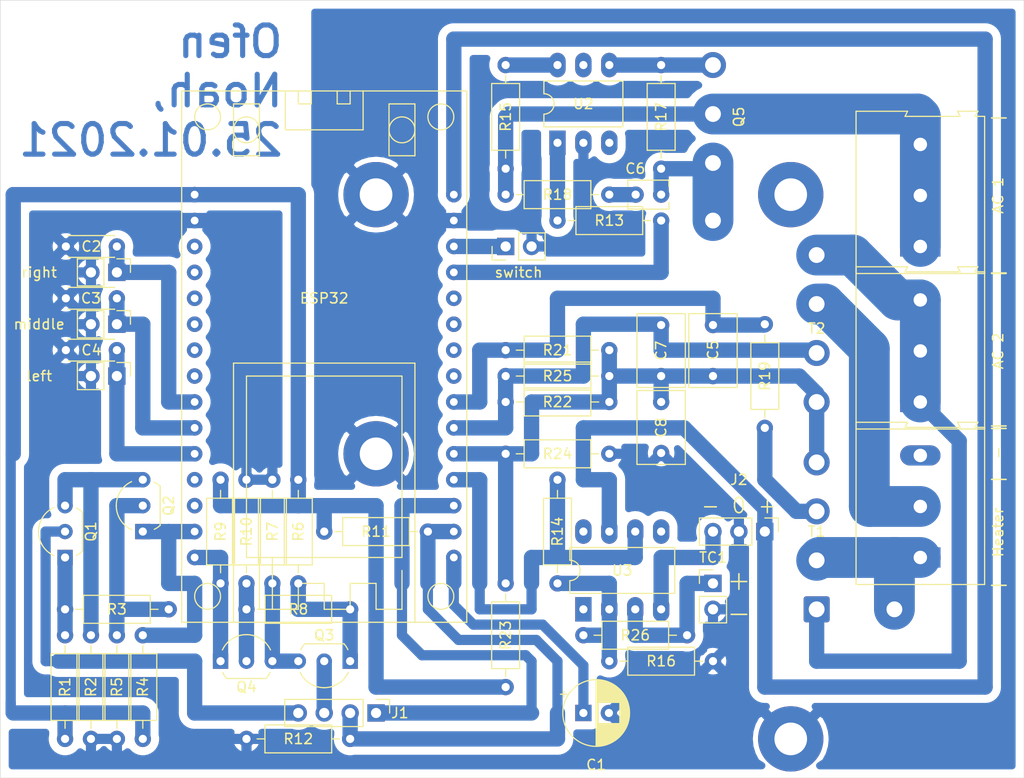
<source format=kicad_pcb>
(kicad_pcb (version 20171130) (host pcbnew 5.1.9-73d0e3b20d~88~ubuntu20.10.1)
  (layers (0 F.Cu signal) (31 B.Cu signal) (34 B.Paste user) (35 F.Paste user) (36 B.SilkS user) (37 F.SilkS user) (38 B.Mask user) (39 F.Mask user) (44 Edge.Cuts user))
  (net 0 "")
  (net 1 "Net-(C1-Pad1)")
  (net 2 GND)
  (net 3 "Net-(C2-Pad2)")
  (net 4 "Net-(C3-Pad2)")
  (net 5 "Net-(C4-Pad2)")
  (net 6 "Net-(C5-Pad1)")
  (net 7 "Net-(C5-Pad2)")
  (net 8 "Net-(C6-Pad1)")
  (net 9 "Net-(C6-Pad2)")
  (net 10 "Net-(C7-Pad2)")
  (net 11 "Net-(J1-Pad1)")
  (net 12 "Net-(J1-Pad2)")
  (net 13 "Net-(J1-Pad3)")
  (net 14 "Net-(J1-Pad4)")
  (net 15 +5V)
  (net 16 -5V)
  (net 17 "Net-(J3-Pad1)")
  (net 18 "Net-(Q1-Pad3)")
  (net 19 "Net-(Q1-Pad1)")
  (net 20 "Net-(Q2-Pad1)")
  (net 21 "Net-(Q2-Pad2)")
  (net 22 "Net-(Q3-Pad3)")
  (net 23 "Net-(Q3-Pad1)")
  (net 24 "Net-(Q4-Pad1)")
  (net 25 "Net-(Q4-Pad2)")
  (net 26 "Net-(Q5-Pad3)")
  (net 27 +3V3)
  (net 28 "Net-(R13-Pad2)")
  (net 29 "Net-(R13-Pad1)")
  (net 30 "Net-(R14-Pad2)")
  (net 31 "Net-(R14-Pad1)")
  (net 32 "Net-(R15-Pad2)")
  (net 33 "Net-(R19-Pad1)")
  (net 34 "Net-(SW1-Pad1)")
  (net 35 "Net-(U1-Pad3)")
  (net 36 "Net-(U1-Pad4)")
  (net 37 "Net-(U1-Pad5)")
  (net 38 "Net-(U1-Pad6)")
  (net 39 "Net-(U1-Pad7)")
  (net 40 "Net-(U1-Pad8)")
  (net 41 "Net-(U1-Pad12)")
  (net 42 "Net-(U1-Pad13)")
  (net 43 "Net-(U1-Pad23)")
  (net 44 "Net-(U1-Pad24)")
  (net 45 "Net-(U1-Pad25)")
  (net 46 "Net-(U1-Pad26)")
  (net 47 "Net-(U2-Pad5)")
  (net 48 "Net-(U2-Pad3)")
  (net 49 "Net-(U3-Pad1)")
  (net 50 "Net-(U3-Pad5)")
  (net 51 "Net-(U3-Pad8)")
  (net 52 "Net-(J4-Pad1)")
  (net 53 "Net-(R20-Pad2)")
  (net 54 "Net-(R26-Pad2)")
  (module Resistor_THT:R_Axial_DIN0207_L6.3mm_D2.5mm_P10.16mm_Horizontal (layer F.Cu) (at 175.26 119.38)
    (fp_text reference R26 (at 5.08 0) (layer F.SilkS))
    (fp_text value 15k)
    (pad 2 thru_hole oval (at 10.16 0) (size 1.6 1.6) (drill 0.8) (layers *.Cu *.Mask) (net 54 "Net-(R26-Pad2)"))
    (pad 1 thru_hole circle (at 0 0) (size 1.6 1.6) (drill 0.8) (layers *.Cu *.Mask) (net 31 "Net-(R14-Pad1)"))
  )
  (module MountingHole:MountingHole_3.2mm_M3_Pad (layer F.Cu) (at 195.58 129.54)
    (fp_text reference " " (at 0 -4.2) (layer F.SilkS))
    (fp_text value "M3 mounting")
    (pad 1 thru_hole circle (at 0 0) (size 6.4 6.4) (drill 3.2) (layers *.Cu *.Mask) (net 2 GND))
  )
  (module MountingHole:MountingHole_3.2mm_M3_Pad (layer F.Cu) (at 154.94 101.6)
    (fp_text reference " " (at 0 -4.2) (layer F.SilkS))
    (fp_text value "M3 mounting")
    (pad 1 thru_hole circle (at 0 0) (size 6.4 6.4) (drill 3.2) (layers *.Cu *.Mask) (net 2 GND))
  )
  (module MountingHole:MountingHole_3.2mm_M3_Pad (layer F.Cu) (at 154.94 76.2)
    (fp_text reference " " (at 0 -4.2) (layer F.SilkS))
    (fp_text value "M3 mounting")
    (pad 1 thru_hole circle (at 0 0) (size 6.4 6.4) (drill 3.2) (layers *.Cu *.Mask) (net 2 GND))
  )
  (module MountingHole:MountingHole_3.2mm_M3_Pad (layer F.Cu) (at 195.58 76.2)
    (fp_text reference " " (at 0 -4.2) (layer F.SilkS))
    (fp_text value "M3 mounting")
    (pad 1 thru_hole circle (at 0 0) (size 6.4 6.4) (drill 3.2) (layers *.Cu *.Mask))
  )
  (module Connector_Wire:SolderWire-0.75sqmm_1x01_D1.25mm_OD2.3mm (layer F.Cu) (at 205.74 116.84)
    (fp_text reference " " (at 0 -2.47) (layer F.SilkS))
    (fp_text value "Wire bridge .75")
    (pad 1 thru_hole roundrect (at 0 0) (size 2.55 2.55) (drill 1.55) (layers *.Cu *.Mask) (roundrect_rratio 0.098) (net 9 "Net-(C6-Pad2)"))
  )
  (module Connector_Wire:SolderWire-0.75sqmm_1x01_D1.25mm_OD2.3mm (layer F.Cu) (at 187.96 78.74)
    (fp_text reference " " (at 0 -2.47) (layer F.SilkS))
    (fp_text value "Wire bridge .75")
    (pad 1 thru_hole roundrect (at 0 0) (size 2.55 2.55) (drill 1.55) (layers *.Cu *.Mask) (roundrect_rratio 0.098) (net 9 "Net-(C6-Pad2)"))
  )
  (module Resistor_THT:R_Axial_DIN0207_L6.3mm_D2.5mm_P10.16mm_Horizontal (layer F.Cu) (at 167.64 124.46 90)
    (fp_text reference R23 (at 5.08 0 90) (layer F.SilkS))
    (fp_text value 3,3k)
    (pad 1 thru_hole circle (at 0 0 90) (size 1.6 1.6) (drill 0.8) (layers *.Cu *.Mask) (net 27 +3V3))
    (pad 2 thru_hole oval (at 10.16 0 90) (size 1.6 1.6) (drill 0.8) (layers *.Cu *.Mask) (net 6 "Net-(C5-Pad1)"))
  )
  (module TerminalBlock:TerminalBlock_Altech_AK300-3_P5.00mm (layer F.Cu) (at 208.28 111.76 90)
    (fp_text reference "|   Heater   |  -  |" (at 5.08 7.62 90) (layer F.SilkS))
    (fp_text value Heater)
    (pad 1 thru_hole rect (at 0 0 90) (size 1.98 3.96) (drill 1.32) (layers *.Cu *.Mask) (net 9 "Net-(C6-Pad2)"))
    (pad 2 thru_hole oval (at 5 0 90) (size 1.98 3.96) (drill 1.32) (layers *.Cu *.Mask) (net 53 "Net-(R20-Pad2)"))
    (pad 3 thru_hole oval (at 10 0 90) (size 1.98 3.96) (drill 1.32) (layers *.Cu *.Mask))
  )
  (module Resistor_THT:R_Axial_DIN0207_L6.3mm_D2.5mm_P10.16mm_Horizontal (layer F.Cu) (at 149.86 109.22)
    (fp_text reference R11 (at 5.08 0) (layer F.SilkS))
    (fp_text value 390)
    (pad 1 thru_hole circle (at 0 0) (size 1.6 1.6) (drill 0.8) (layers *.Cu *.Mask) (net 27 +3V3))
    (pad 2 thru_hole oval (at 10.16 0) (size 1.6 1.6) (drill 0.8) (layers *.Cu *.Mask) (net 12 "Net-(J1-Pad2)"))
  )
  (module Connector_Wire:SolderWire-0.75sqmm_1x03_P4.8mm_D1.25mm_OD2.3mm (layer F.Cu) (at 187.96 73.1 90)
    (fp_text reference Q5 (at 4.52 2.54 90) (layer F.SilkS))
    (fp_text value BTA16-600B)
    (pad 3 thru_hole circle (at 9.6 0 90) (size 2.55 2.55) (drill 1.55) (layers *.Cu *.Mask) (net 26 "Net-(Q5-Pad3)"))
    (pad 2 thru_hole circle (at 4.8 0 90) (size 2.55 2.55) (drill 1.55) (layers *.Cu *.Mask) (net 17 "Net-(J3-Pad1)"))
    (pad 1 thru_hole roundrect (at 0 0 90) (size 2.55 2.55) (drill 1.55) (layers *.Cu *.Mask) (roundrect_rratio 0.098039) (net 9 "Net-(C6-Pad2)"))
  )
  (module Capacitor_THT:CP_Radial_D6.3mm_P2.50mm (layer F.Cu) (at 175.26 127)
    (fp_text reference C1 (at 1.25 5.08) (layer F.SilkS))
    (fp_text value 22µ)
    (pad 1 thru_hole rect (at 0 0) (size 1.6 1.6) (drill 0.8) (layers *.Cu *.Mask) (net 1 "Net-(C1-Pad1)"))
    (pad 2 thru_hole circle (at 2.5 0) (size 1.6 1.6) (drill 0.8) (layers *.Cu *.Mask) (net 2 GND))
  )
  (module Capacitor_THT:C_Disc_D4.3mm_W1.9mm_P5.00mm (layer F.Cu) (at 124.54 81.28)
    (fp_text reference C2 (at 2.5 0) (layer F.SilkS))
    (fp_text value 22n)
    (pad 1 thru_hole circle (at 0 0) (size 1.6 1.6) (drill 0.8) (layers *.Cu *.Mask) (net 2 GND))
    (pad 2 thru_hole circle (at 5 0) (size 1.6 1.6) (drill 0.8) (layers *.Cu *.Mask) (net 3 "Net-(C2-Pad2)"))
  )
  (module Capacitor_THT:C_Disc_D4.3mm_W1.9mm_P5.00mm (layer F.Cu) (at 124.54 86.36)
    (fp_text reference C3 (at 2.46 0) (layer F.SilkS))
    (fp_text value 22n)
    (pad 2 thru_hole circle (at 5 0) (size 1.6 1.6) (drill 0.8) (layers *.Cu *.Mask) (net 4 "Net-(C3-Pad2)"))
    (pad 1 thru_hole circle (at 0 0) (size 1.6 1.6) (drill 0.8) (layers *.Cu *.Mask) (net 2 GND))
  )
  (module Capacitor_THT:C_Disc_D4.3mm_W1.9mm_P5.00mm (layer F.Cu) (at 124.54 91.44)
    (fp_text reference C4 (at 2.5 0) (layer F.SilkS))
    (fp_text value 22n)
    (pad 1 thru_hole circle (at 0 0) (size 1.6 1.6) (drill 0.8) (layers *.Cu *.Mask) (net 2 GND))
    (pad 2 thru_hole circle (at 5 0) (size 1.6 1.6) (drill 0.8) (layers *.Cu *.Mask) (net 5 "Net-(C4-Pad2)"))
  )
  (module Capacitor_THT:C_Rect_L7.0mm_W4.5mm_P5.00mm (layer F.Cu) (at 187.96 93.98 90)
    (fp_text reference C5 (at 2.54 0 90) (layer F.SilkS))
    (fp_text value 470n)
    (pad 1 thru_hole circle (at 0 0 90) (size 1.6 1.6) (drill 0.8) (layers *.Cu *.Mask) (net 6 "Net-(C5-Pad1)"))
    (pad 2 thru_hole circle (at 5 0 90) (size 1.6 1.6) (drill 0.8) (layers *.Cu *.Mask) (net 7 "Net-(C5-Pad2)"))
  )
  (module Capacitor_THT:C_Disc_D3.8mm_W2.6mm_P2.50mm (layer F.Cu) (at 180.38 76.2)
    (fp_text reference C6 (at -0.04 -2.55) (layer F.SilkS))
    (fp_text value 10n)
    (pad 1 thru_hole circle (at 0 0) (size 1.6 1.6) (drill 0.8) (layers *.Cu *.Mask) (net 8 "Net-(C6-Pad1)"))
    (pad 2 thru_hole circle (at 2.5 0) (size 1.6 1.6) (drill 0.8) (layers *.Cu *.Mask) (net 9 "Net-(C6-Pad2)"))
  )
  (module Capacitor_THT:C_Rect_L7.0mm_W4.5mm_P5.00mm (layer F.Cu) (at 182.88 93.98 90)
    (fp_text reference C7 (at 2.5 0 90) (layer F.SilkS))
    (fp_text value 470n)
    (pad 2 thru_hole circle (at 5 0 90) (size 1.6 1.6) (drill 0.8) (layers *.Cu *.Mask) (net 10 "Net-(C7-Pad2)"))
    (pad 1 thru_hole circle (at 0 0 90) (size 1.6 1.6) (drill 0.8) (layers *.Cu *.Mask) (net 6 "Net-(C5-Pad1)"))
  )
  (module Capacitor_THT:C_Rect_L7.0mm_W4.5mm_P5.00mm (layer F.Cu) (at 182.88 101.52 90)
    (fp_text reference C8 (at 2.5 0 90) (layer F.SilkS))
    (fp_text value 470n)
    (pad 1 thru_hole circle (at 0 0 90) (size 1.6 1.6) (drill 0.8) (layers *.Cu *.Mask) (net 2 GND))
    (pad 2 thru_hole circle (at 5 0 90) (size 1.6 1.6) (drill 0.8) (layers *.Cu *.Mask) (net 6 "Net-(C5-Pad1)"))
  )
  (module Connector_PinHeader_2.54mm:PinHeader_1x04_P2.54mm_Vertical (layer F.Cu) (at 154.94 127 270)
    (fp_text reference J1 (at 0 -2.33) (layer F.SilkS))
    (fp_text value motor)
    (pad 1 thru_hole rect (at 0 0 270) (size 1.7 1.7) (drill 1) (layers *.Cu *.Mask) (net 11 "Net-(J1-Pad1)"))
    (pad 2 thru_hole oval (at 0 2.54 270) (size 1.7 1.7) (drill 1) (layers *.Cu *.Mask) (net 12 "Net-(J1-Pad2)"))
    (pad 3 thru_hole oval (at 0 5.08 270) (size 1.7 1.7) (drill 1) (layers *.Cu *.Mask) (net 13 "Net-(J1-Pad3)"))
    (pad 4 thru_hole oval (at 0 7.62 270) (size 1.7 1.7) (drill 1) (layers *.Cu *.Mask) (net 14 "Net-(J1-Pad4)"))
  )
  (module Connector_PinHeader_2.54mm:PinHeader_1x03_P2.54mm_Vertical (layer F.Cu) (at 193.04 109.22 270)
    (fp_text reference J2 (at -5.08 2.54 180) (layer F.SilkS))
    (fp_text value DC)
    (pad 1 thru_hole rect (at 0 0 270) (size 1.7 1.7) (drill 1) (layers *.Cu *.Mask) (net 15 +5V))
    (pad 2 thru_hole oval (at 0 2.54 270) (size 1.7 1.7) (drill 1) (layers *.Cu *.Mask) (net 2 GND))
    (pad 3 thru_hole oval (at 0 5.08 270) (size 1.7 1.7) (drill 1) (layers *.Cu *.Mask) (net 16 -5V))
  )
  (module Package_TO_SOT_THT:TO-92L_Inline_Wide (layer F.Cu) (at 124.46 111.76 90)
    (fp_text reference Q1 (at 2.54 2.54 90) (layer F.SilkS))
    (fp_text value NPN)
    (pad 2 thru_hole circle (at 2.54 0 180) (size 1.5 1.5) (drill 0.8) (layers *.Cu *.Mask) (net 14 "Net-(J1-Pad4)"))
    (pad 3 thru_hole circle (at 5.08 0 180) (size 1.5 1.5) (drill 0.8) (layers *.Cu *.Mask) (net 18 "Net-(Q1-Pad3)"))
    (pad 1 thru_hole rect (at 0 0 180) (size 1.5 1.5) (drill 0.8) (layers *.Cu *.Mask) (net 19 "Net-(Q1-Pad1)"))
  )
  (module Package_TO_SOT_THT:TO-92L_Inline_Wide (layer F.Cu) (at 132.08 109.22 90)
    (fp_text reference Q2 (at 2.54 2.54 90) (layer F.SilkS))
    (fp_text value NPN)
    (pad 2 thru_hole circle (at 2.54 0 180) (size 1.5 1.5) (drill 0.8) (layers *.Cu *.Mask) (net 21 "Net-(Q2-Pad2)"))
    (pad 3 thru_hole circle (at 5.08 0 180) (size 1.5 1.5) (drill 0.8) (layers *.Cu *.Mask) (net 18 "Net-(Q1-Pad3)"))
    (pad 1 thru_hole rect (at 0 0 180) (size 1.5 1.5) (drill 0.8) (layers *.Cu *.Mask) (net 20 "Net-(Q2-Pad1)"))
  )
  (module Package_TO_SOT_THT:TO-92L_Inline_Wide (layer F.Cu) (at 152.4 121.92 180)
    (fp_text reference Q3 (at 2.54 2.54) (layer F.SilkS))
    (fp_text value NPN)
    (pad 1 thru_hole rect (at 0 0 270) (size 1.5 1.5) (drill 0.8) (layers *.Cu *.Mask) (net 23 "Net-(Q3-Pad1)"))
    (pad 3 thru_hole circle (at 5.08 0 270) (size 1.5 1.5) (drill 0.8) (layers *.Cu *.Mask) (net 22 "Net-(Q3-Pad3)"))
    (pad 2 thru_hole circle (at 2.54 0 270) (size 1.5 1.5) (drill 0.8) (layers *.Cu *.Mask) (net 13 "Net-(J1-Pad3)"))
  )
  (module Package_TO_SOT_THT:TO-92L_Inline_Wide (layer F.Cu) (at 139.7 121.92)
    (fp_text reference Q4 (at 2.54 2.54) (layer F.SilkS))
    (fp_text value NPN)
    (pad 2 thru_hole circle (at 2.54 0 90) (size 1.5 1.5) (drill 0.8) (layers *.Cu *.Mask) (net 25 "Net-(Q4-Pad2)"))
    (pad 3 thru_hole circle (at 5.08 0 90) (size 1.5 1.5) (drill 0.8) (layers *.Cu *.Mask) (net 22 "Net-(Q3-Pad3)"))
    (pad 1 thru_hole rect (at 0 0 90) (size 1.5 1.5) (drill 0.8) (layers *.Cu *.Mask) (net 24 "Net-(Q4-Pad1)"))
  )
  (module Resistor_THT:R_Axial_DIN0207_L6.3mm_D2.5mm_P10.16mm_Horizontal (layer F.Cu) (at 124.46 129.54 90)
    (fp_text reference R1 (at 5.08 0 90) (layer F.SilkS))
    (fp_text value 6,8k)
    (pad 2 thru_hole oval (at 10.16 0 90) (size 1.6 1.6) (drill 0.8) (layers *.Cu *.Mask) (net 19 "Net-(Q1-Pad1)"))
    (pad 1 thru_hole circle (at 0 0 90) (size 1.6 1.6) (drill 0.8) (layers *.Cu *.Mask) (net 27 +3V3))
  )
  (module Resistor_THT:R_Axial_DIN0207_L6.3mm_D2.5mm_P10.16mm_Horizontal (layer F.Cu) (at 127 119.38 270)
    (fp_text reference R2 (at 5.08 0 90) (layer F.SilkS))
    (fp_text value 1k)
    (pad 2 thru_hole oval (at 10.16 0 270) (size 1.6 1.6) (drill 0.8) (layers *.Cu *.Mask) (net 2 GND))
    (pad 1 thru_hole circle (at 0 0 270) (size 1.6 1.6) (drill 0.8) (layers *.Cu *.Mask) (net 18 "Net-(Q1-Pad3)"))
  )
  (module Resistor_THT:R_Axial_DIN0207_L6.3mm_D2.5mm_P10.16mm_Horizontal (layer F.Cu) (at 134.62 116.84 180)
    (fp_text reference R3 (at 5.08 0) (layer F.SilkS))
    (fp_text value 22k)
    (pad 1 thru_hole circle (at 0 0 180) (size 1.6 1.6) (drill 0.8) (layers *.Cu *.Mask) (net 21 "Net-(Q2-Pad2)"))
    (pad 2 thru_hole oval (at 10.16 0 180) (size 1.6 1.6) (drill 0.8) (layers *.Cu *.Mask) (net 19 "Net-(Q1-Pad1)"))
  )
  (module Resistor_THT:R_Axial_DIN0207_L6.3mm_D2.5mm_P10.16mm_Horizontal (layer F.Cu) (at 129.54 119.38 270)
    (fp_text reference R4 (at 5.08 -2.54 90) (layer F.SilkS))
    (fp_text value 22k)
    (pad 1 thru_hole circle (at 0 0 270) (size 1.6 1.6) (drill 0.8) (layers *.Cu *.Mask) (net 21 "Net-(Q2-Pad2)"))
    (pad 2 thru_hole oval (at 10.16 0 270) (size 1.6 1.6) (drill 0.8) (layers *.Cu *.Mask) (net 2 GND))
  )
  (module Resistor_THT:R_Axial_DIN0207_L6.3mm_D2.5mm_P10.16mm_Horizontal (layer F.Cu) (at 132.08 129.54 90)
    (fp_text reference R5 (at 5.08 -2.54 90) (layer F.SilkS))
    (fp_text value 33k)
    (pad 1 thru_hole circle (at 0 0 90) (size 1.6 1.6) (drill 0.8) (layers *.Cu *.Mask) (net 27 +3V3))
    (pad 2 thru_hole oval (at 10.16 0 90) (size 1.6 1.6) (drill 0.8) (layers *.Cu *.Mask) (net 20 "Net-(Q2-Pad1)"))
  )
  (module Resistor_THT:R_Axial_DIN0207_L6.3mm_D2.5mm_P10.16mm_Horizontal (layer F.Cu) (at 147.32 104.14 270)
    (fp_text reference R6 (at 5.08 0 90) (layer F.SilkS))
    (fp_text value 6,8k)
    (pad 1 thru_hole circle (at 0 0 270) (size 1.6 1.6) (drill 0.8) (layers *.Cu *.Mask) (net 27 +3V3))
    (pad 2 thru_hole oval (at 10.16 0 270) (size 1.6 1.6) (drill 0.8) (layers *.Cu *.Mask) (net 23 "Net-(Q3-Pad1)"))
  )
  (module Resistor_THT:R_Axial_DIN0207_L6.3mm_D2.5mm_P10.16mm_Horizontal (layer F.Cu) (at 144.78 114.3 90)
    (fp_text reference R7 (at 5.08 0 90) (layer F.SilkS))
    (fp_text value 1k)
    (pad 1 thru_hole circle (at 0 0 90) (size 1.6 1.6) (drill 0.8) (layers *.Cu *.Mask) (net 22 "Net-(Q3-Pad3)"))
    (pad 2 thru_hole oval (at 10.16 0 90) (size 1.6 1.6) (drill 0.8) (layers *.Cu *.Mask) (net 2 GND))
  )
  (module Resistor_THT:R_Axial_DIN0207_L6.3mm_D2.5mm_P10.16mm_Horizontal (layer F.Cu) (at 142.24 116.84)
    (fp_text reference R8 (at 5.08 0) (layer F.SilkS))
    (fp_text value 22k)
    (pad 2 thru_hole oval (at 10.16 0) (size 1.6 1.6) (drill 0.8) (layers *.Cu *.Mask) (net 23 "Net-(Q3-Pad1)"))
    (pad 1 thru_hole circle (at 0 0) (size 1.6 1.6) (drill 0.8) (layers *.Cu *.Mask) (net 25 "Net-(Q4-Pad2)"))
  )
  (module Resistor_THT:R_Axial_DIN0207_L6.3mm_D2.5mm_P10.16mm_Horizontal (layer F.Cu) (at 142.24 114.3 90)
    (fp_text reference R9 (at 5.08 -2.54 90) (layer F.SilkS))
    (fp_text value 22k)
    (pad 2 thru_hole oval (at 10.16 0 90) (size 1.6 1.6) (drill 0.8) (layers *.Cu *.Mask) (net 2 GND))
    (pad 1 thru_hole circle (at 0 0 90) (size 1.6 1.6) (drill 0.8) (layers *.Cu *.Mask) (net 25 "Net-(Q4-Pad2)"))
  )
  (module Resistor_THT:R_Axial_DIN0207_L6.3mm_D2.5mm_P10.16mm_Horizontal (layer F.Cu) (at 139.7 104.14 270)
    (fp_text reference R10 (at 5.08 -2.54 90) (layer F.SilkS))
    (fp_text value 33k)
    (pad 1 thru_hole circle (at 0 0 270) (size 1.6 1.6) (drill 0.8) (layers *.Cu *.Mask) (net 27 +3V3))
    (pad 2 thru_hole oval (at 10.16 0 270) (size 1.6 1.6) (drill 0.8) (layers *.Cu *.Mask) (net 24 "Net-(Q4-Pad1)"))
  )
  (module Resistor_THT:R_Axial_DIN0207_L6.3mm_D2.5mm_P10.16mm_Horizontal (layer F.Cu) (at 152.4 129.54 180)
    (fp_text reference R12 (at 5.08 0) (layer F.SilkS))
    (fp_text value 120)
    (pad 2 thru_hole oval (at 10.16 0 180) (size 1.6 1.6) (drill 0.8) (layers *.Cu *.Mask) (net 2 GND))
    (pad 1 thru_hole circle (at 0 0 180) (size 1.6 1.6) (drill 0.8) (layers *.Cu *.Mask) (net 12 "Net-(J1-Pad2)"))
  )
  (module Resistor_THT:R_Axial_DIN0207_L6.3mm_D2.5mm_P10.16mm_Horizontal (layer F.Cu) (at 172.72 78.74)
    (fp_text reference R13 (at 5.08 0) (layer F.SilkS))
    (fp_text value 220)
    (pad 2 thru_hole oval (at 10.16 0) (size 1.6 1.6) (drill 0.8) (layers *.Cu *.Mask) (net 28 "Net-(R13-Pad2)"))
    (pad 1 thru_hole circle (at 0 0) (size 1.6 1.6) (drill 0.8) (layers *.Cu *.Mask) (net 29 "Net-(R13-Pad1)"))
  )
  (module Resistor_THT:R_Axial_DIN0207_L6.3mm_D2.5mm_P10.16mm_Horizontal (layer F.Cu) (at 172.72 114.3 90)
    (fp_text reference R14 (at 5.08 0 90) (layer F.SilkS))
    (fp_text value 47k)
    (pad 2 thru_hole oval (at 10.16 0 90) (size 1.6 1.6) (drill 0.8) (layers *.Cu *.Mask) (net 30 "Net-(R14-Pad2)"))
    (pad 1 thru_hole circle (at 0 0 90) (size 1.6 1.6) (drill 0.8) (layers *.Cu *.Mask) (net 31 "Net-(R14-Pad1)"))
  )
  (module Resistor_THT:R_Axial_DIN0207_L6.3mm_D2.5mm_P10.16mm_Horizontal (layer F.Cu) (at 167.64 73.66 90)
    (fp_text reference R15 (at 5.08 0 90) (layer F.SilkS))
    (fp_text value 330)
    (pad 2 thru_hole oval (at 10.16 0 90) (size 1.6 1.6) (drill 0.8) (layers *.Cu *.Mask) (net 32 "Net-(R15-Pad2)"))
    (pad 1 thru_hole circle (at 0 0 90) (size 1.6 1.6) (drill 0.8) (layers *.Cu *.Mask) (net 17 "Net-(J3-Pad1)"))
  )
  (module Resistor_THT:R_Axial_DIN0207_L6.3mm_D2.5mm_P10.16mm_Horizontal (layer F.Cu) (at 187.96 121.92 180)
    (fp_text reference R16 (at 5.08 0) (layer F.SilkS))
    (fp_text value 2,7k)
    (pad 1 thru_hole circle (at 0 0 180) (size 1.6 1.6) (drill 0.8) (layers *.Cu *.Mask) (net 2 GND))
    (pad 2 thru_hole oval (at 10.16 0 180) (size 1.6 1.6) (drill 0.8) (layers *.Cu *.Mask) (net 31 "Net-(R14-Pad1)"))
  )
  (module Resistor_THT:R_Axial_DIN0207_L6.3mm_D2.5mm_P10.16mm_Horizontal (layer F.Cu) (at 182.88 73.66 90)
    (fp_text reference R17 (at 5.08 0 90) (layer F.SilkS))
    (fp_text value 330)
    (pad 1 thru_hole circle (at 0 0 90) (size 1.6 1.6) (drill 0.8) (layers *.Cu *.Mask) (net 9 "Net-(C6-Pad2)"))
    (pad 2 thru_hole oval (at 10.16 0 90) (size 1.6 1.6) (drill 0.8) (layers *.Cu *.Mask) (net 26 "Net-(Q5-Pad3)"))
  )
  (module Resistor_THT:R_Axial_DIN0207_L6.3mm_D2.5mm_P10.16mm_Horizontal (layer F.Cu) (at 167.64 76.2)
    (fp_text reference R18 (at 5.08 0) (layer F.SilkS))
    (fp_text value 47)
    (pad 1 thru_hole circle (at 0 0) (size 1.6 1.6) (drill 0.8) (layers *.Cu *.Mask) (net 17 "Net-(J3-Pad1)"))
    (pad 2 thru_hole oval (at 10.16 0) (size 1.6 1.6) (drill 0.8) (layers *.Cu *.Mask) (net 8 "Net-(C6-Pad1)"))
  )
  (module Resistor_THT:R_Axial_DIN0207_L6.3mm_D2.5mm_P10.16mm_Horizontal (layer F.Cu) (at 193.04 99.06 90)
    (fp_text reference R19 (at 5.08 0 90) (layer F.SilkS))
    (fp_text value 6,8k)
    (pad 2 thru_hole oval (at 10.16 0 90) (size 1.6 1.6) (drill 0.8) (layers *.Cu *.Mask) (net 7 "Net-(C5-Pad2)"))
    (pad 1 thru_hole circle (at 0 0 90) (size 1.6 1.6) (drill 0.8) (layers *.Cu *.Mask) (net 33 "Net-(R19-Pad1)"))
  )
  (module Resistor_THT:R_Axial_DIN0207_L6.3mm_D2.5mm_P10.16mm_Horizontal (layer F.Cu) (at 167.64 91.44)
    (fp_text reference R21 (at 5.08 0) (layer F.SilkS))
    (fp_text value 240)
    (pad 1 thru_hole circle (at 0 0) (size 1.6 1.6) (drill 0.8) (layers *.Cu *.Mask) (net 7 "Net-(C5-Pad2)"))
    (pad 2 thru_hole oval (at 10.16 0) (size 1.6 1.6) (drill 0.8) (layers *.Cu *.Mask) (net 6 "Net-(C5-Pad1)"))
  )
  (module Resistor_THT:R_Axial_DIN0207_L6.3mm_D2.5mm_P10.16mm_Horizontal (layer F.Cu) (at 177.8 96.52 180)
    (fp_text reference R22 (at 5.08 0) (layer F.SilkS))
    (fp_text value 5)
    (pad 1 thru_hole circle (at 0 0 180) (size 1.6 1.6) (drill 0.8) (layers *.Cu *.Mask) (net 6 "Net-(C5-Pad1)"))
    (pad 2 thru_hole oval (at 10.16 0 180) (size 1.6 1.6) (drill 0.8) (layers *.Cu *.Mask) (net 10 "Net-(C7-Pad2)"))
  )
  (module Resistor_THT:R_Axial_DIN0207_L6.3mm_D2.5mm_P10.16mm_Horizontal (layer F.Cu) (at 167.64 101.6)
    (fp_text reference R24 (at 5.08 0) (layer F.SilkS))
    (fp_text value 680)
    (pad 2 thru_hole oval (at 10.16 0) (size 1.6 1.6) (drill 0.8) (layers *.Cu *.Mask) (net 2 GND))
    (pad 1 thru_hole circle (at 0 0) (size 1.6 1.6) (drill 0.8) (layers *.Cu *.Mask) (net 6 "Net-(C5-Pad1)"))
  )
  (module Resistor_THT:R_Axial_DIN0207_L6.3mm_D2.5mm_P10.16mm_Horizontal (layer F.Cu) (at 177.8 93.98 180)
    (fp_text reference R25 (at 5.08 0) (layer F.SilkS))
    (fp_text value 5)
    (pad 2 thru_hole oval (at 10.16 0 180) (size 1.6 1.6) (drill 0.8) (layers *.Cu *.Mask) (net 10 "Net-(C7-Pad2)"))
    (pad 1 thru_hole circle (at 0 0 180) (size 1.6 1.6) (drill 0.8) (layers *.Cu *.Mask) (net 6 "Net-(C5-Pad1)"))
  )
  (module Connector_PinHeader_2.54mm:PinHeader_1x02_P2.54mm_Vertical (layer F.Cu) (at 167.64 81.28 90)
    (fp_text reference switch (at -2.54 1.27 180) (layer F.SilkS))
    (fp_text value switch)
    (pad 2 thru_hole oval (at 0 2.54 90) (size 1.7 1.7) (drill 1) (layers *.Cu *.Mask) (net 2 GND))
    (pad 1 thru_hole rect (at 0 0 90) (size 1.7 1.7) (drill 1) (layers *.Cu *.Mask) (net 34 "Net-(SW1-Pad1)"))
  )
  (module Connector_PinHeader_2.54mm:PinHeader_1x02_P2.54mm_Vertical (layer F.Cu) (at 129.54 83.82 270)
    (fp_text reference right (at 0 7.62 180) (layer F.SilkS))
    (fp_text value right)
    (pad 1 thru_hole rect (at 0 0 270) (size 1.7 1.7) (drill 1) (layers *.Cu *.Mask) (net 3 "Net-(C2-Pad2)"))
    (pad 2 thru_hole oval (at 0 2.54 270) (size 1.7 1.7) (drill 1) (layers *.Cu *.Mask) (net 2 GND))
  )
  (module Connector_PinHeader_2.54mm:PinHeader_1x02_P2.54mm_Vertical (layer F.Cu) (at 129.54 88.9 270)
    (fp_text reference middle (at 0 7.62 180) (layer F.SilkS))
    (fp_text value middle)
    (pad 1 thru_hole rect (at 0 0 270) (size 1.7 1.7) (drill 1) (layers *.Cu *.Mask) (net 4 "Net-(C3-Pad2)"))
    (pad 2 thru_hole oval (at 0 2.54 270) (size 1.7 1.7) (drill 1) (layers *.Cu *.Mask) (net 2 GND))
  )
  (module Connector_PinHeader_2.54mm:PinHeader_1x02_P2.54mm_Vertical (layer F.Cu) (at 129.54 93.98 270)
    (fp_text reference left (at 0 7.62 180) (layer F.SilkS))
    (fp_text value left)
    (pad 2 thru_hole oval (at 0 2.54 270) (size 1.7 1.7) (drill 1) (layers *.Cu *.Mask) (net 2 GND))
    (pad 1 thru_hole rect (at 0 0 270) (size 1.7 1.7) (drill 1) (layers *.Cu *.Mask) (net 5 "Net-(C4-Pad2)"))
  )
  (module Connector_Wire:SolderWire-0.75sqmm_1x04_P4.8mm_D1.25mm_OD2.3mm (layer F.Cu) (at 198.12 116.84 90)
    (fp_text reference T1 (at 7.62 0 180) (layer F.SilkS))
    (fp_text value "Voltage Transformer")
    (pad 1 thru_hole roundrect (at 0 0 90) (size 2.55 2.55) (drill 1.55) (layers *.Cu *.Mask) (roundrect_rratio 0.098039) (net 52 "Net-(J4-Pad1)"))
    (pad 2 thru_hole circle (at 4.8 0 90) (size 2.55 2.55) (drill 1.55) (layers *.Cu *.Mask) (net 9 "Net-(C6-Pad2)"))
    (pad 3 thru_hole circle (at 9.6 0 90) (size 2.55 2.55) (drill 1.55) (layers *.Cu *.Mask) (net 33 "Net-(R19-Pad1)"))
    (pad 4 thru_hole circle (at 14.4 0 90) (size 2.55 2.55) (drill 1.55) (layers *.Cu *.Mask) (net 6 "Net-(C5-Pad1)"))
  )
  (module Connector_Wire:SolderWire-0.75sqmm_1x04_P4.8mm_D1.25mm_OD2.3mm (layer F.Cu) (at 198.12 82.12 270)
    (fp_text reference T2 (at 7.2 0 180) (layer F.SilkS))
    (fp_text value "Current transformer")
    (pad 4 thru_hole circle (at 14.4 0 270) (size 2.55 2.55) (drill 1.55) (layers *.Cu *.Mask) (net 6 "Net-(C5-Pad1)"))
    (pad 3 thru_hole circle (at 9.6 0 270) (size 2.55 2.55) (drill 1.55) (layers *.Cu *.Mask) (net 10 "Net-(C7-Pad2)"))
    (pad 2 thru_hole circle (at 4.8 0 270) (size 2.55 2.55) (drill 1.55) (layers *.Cu *.Mask) (net 53 "Net-(R20-Pad2)"))
    (pad 1 thru_hole roundrect (at 0 0 270) (size 2.55 2.55) (drill 1.55) (layers *.Cu *.Mask) (roundrect_rratio 0.098039) (net 52 "Net-(J4-Pad1)"))
  )
  (module Connector_PinHeader_2.54mm:PinHeader_1x02_P2.54mm_Vertical (layer F.Cu) (at 187.96 114.3)
    (fp_text reference TC1 (at 0 -2.54) (layer F.SilkS))
    (fp_text value Thermocouple)
    (pad 1 thru_hole rect (at 0 0) (size 1.7 1.7) (drill 1) (layers *.Cu *.Mask) (net 54 "Net-(R26-Pad2)"))
    (pad 2 thru_hole oval (at 0 2.54) (size 1.7 1.7) (drill 1) (layers *.Cu *.Mask) (net 2 GND))
  )
  (module custom:ESP32-DevModule (layer F.Cu) (at 149.86 93.98)
    (fp_text reference ESP32 (at 0 -7.62) (layer F.SilkS))
    (fp_text value ESP32)
    (pad 1 thru_hole circle (at -12.7 -17.78) (size 1.524 1.524) (drill 0.762) (layers *.Cu *.Mask) (net 27 +3V3))
    (pad 2 thru_hole circle (at -12.7 -15.24) (size 1.524 1.524) (drill 0.762) (layers *.Cu *.Mask) (net 2 GND))
    (pad 3 thru_hole circle (at -12.7 -12.7) (size 1.524 1.524) (drill 0.762) (layers *.Cu *.Mask) (net 35 "Net-(U1-Pad3)"))
    (pad 4 thru_hole circle (at -12.7 -10.16) (size 1.524 1.524) (drill 0.762) (layers *.Cu *.Mask) (net 36 "Net-(U1-Pad4)"))
    (pad 5 thru_hole circle (at -12.7 -7.62) (size 1.524 1.524) (drill 0.762) (layers *.Cu *.Mask) (net 37 "Net-(U1-Pad5)"))
    (pad 6 thru_hole circle (at -12.7 -5.08) (size 1.524 1.524) (drill 0.762) (layers *.Cu *.Mask) (net 38 "Net-(U1-Pad6)"))
    (pad 7 thru_hole circle (at -12.7 -2.54) (size 1.524 1.524) (drill 0.762) (layers *.Cu *.Mask) (net 39 "Net-(U1-Pad7)"))
    (pad 8 thru_hole circle (at -12.7 0) (size 1.524 1.524) (drill 0.762) (layers *.Cu *.Mask) (net 40 "Net-(U1-Pad8)"))
    (pad 9 thru_hole circle (at -12.7 2.54) (size 1.524 1.524) (drill 0.762) (layers *.Cu *.Mask) (net 3 "Net-(C2-Pad2)"))
    (pad 10 thru_hole circle (at -12.7 5.08) (size 1.524 1.524) (drill 0.762) (layers *.Cu *.Mask) (net 4 "Net-(C3-Pad2)"))
    (pad 11 thru_hole circle (at -12.7 7.62) (size 1.524 1.524) (drill 0.762) (layers *.Cu *.Mask) (net 5 "Net-(C4-Pad2)"))
    (pad 12 thru_hole circle (at -12.7 10.16) (size 1.524 1.524) (drill 0.762) (layers *.Cu *.Mask) (net 41 "Net-(U1-Pad12)"))
    (pad 13 thru_hole circle (at -12.7 12.7) (size 1.524 1.524) (drill 0.762) (layers *.Cu *.Mask) (net 42 "Net-(U1-Pad13)"))
    (pad 14 thru_hole circle (at -12.7 15.24) (size 1.524 1.524) (drill 0.762) (layers *.Cu *.Mask) (net 20 "Net-(Q2-Pad1)"))
    (pad 15 thru_hole circle (at -12.7 17.78) (size 1.524 1.524) (drill 0.762) (layers *.Cu *.Mask) (net 24 "Net-(Q4-Pad1)"))
    (pad 16 thru_hole circle (at 12.7 17.78) (size 1.524 1.524) (drill 0.762) (layers *.Cu *.Mask) (net 1 "Net-(C1-Pad1)"))
    (pad 17 thru_hole circle (at 12.7 15.24) (size 1.524 1.524) (drill 0.762) (layers *.Cu *.Mask) (net 12 "Net-(J1-Pad2)"))
    (pad 18 thru_hole circle (at 12.7 12.7) (size 1.524 1.524) (drill 0.762) (layers *.Cu *.Mask) (net 11 "Net-(J1-Pad1)"))
    (pad 19 thru_hole circle (at 12.7 10.16) (size 1.524 1.524) (drill 0.762) (layers *.Cu *.Mask) (net 30 "Net-(R14-Pad2)"))
    (pad 20 thru_hole circle (at 12.7 7.62) (size 1.524 1.524) (drill 0.762) (layers *.Cu *.Mask) (net 6 "Net-(C5-Pad1)"))
    (pad 21 thru_hole circle (at 12.7 5.08) (size 1.524 1.524) (drill 0.762) (layers *.Cu *.Mask) (net 10 "Net-(C7-Pad2)"))
    (pad 22 thru_hole circle (at 12.7 2.54) (size 1.524 1.524) (drill 0.762) (layers *.Cu *.Mask) (net 7 "Net-(C5-Pad2)"))
    (pad 23 thru_hole circle (at 12.7 0) (size 1.524 1.524) (drill 0.762) (layers *.Cu *.Mask) (net 43 "Net-(U1-Pad23)"))
    (pad 24 thru_hole circle (at 12.7 -2.54) (size 1.524 1.524) (drill 0.762) (layers *.Cu *.Mask) (net 44 "Net-(U1-Pad24)"))
    (pad 25 thru_hole circle (at 12.7 -5.08) (size 1.524 1.524) (drill 0.762) (layers *.Cu *.Mask) (net 45 "Net-(U1-Pad25)"))
    (pad 26 thru_hole circle (at 12.7 -7.62) (size 1.524 1.524) (drill 0.762) (layers *.Cu *.Mask) (net 46 "Net-(U1-Pad26)"))
    (pad 28 thru_hole circle (at 12.7 -12.7) (size 1.524 1.524) (drill 0.762) (layers *.Cu *.Mask) (net 34 "Net-(SW1-Pad1)"))
    (pad 29 thru_hole circle (at 12.7 -15.24) (size 1.524 1.524) (drill 0.762) (layers *.Cu *.Mask) (net 2 GND))
    (pad 30 thru_hole circle (at 12.7 -17.78) (size 1.524 1.524) (drill 0.762) (layers *.Cu *.Mask) (net 15 +5V))
    (pad 27 thru_hole circle (at 12.7 -10.16) (size 1.524 1.524) (drill 0.762) (layers *.Cu *.Mask) (net 28 "Net-(R13-Pad2)"))
  )
  (module Package_DIP:DIP-6_W7.62mm_LongPads (layer F.Cu) (at 172.72 71.12 90)
    (fp_text reference U2 (at 3.81 2.54 180) (layer F.SilkS))
    (fp_text value MOC3041M)
    (pad 1 thru_hole rect (at 0 0 90) (size 2.4 1.6) (drill 0.8) (layers *.Cu *.Mask) (net 29 "Net-(R13-Pad1)"))
    (pad 4 thru_hole oval (at 7.62 5.08 90) (size 2.4 1.6) (drill 0.8) (layers *.Cu *.Mask) (net 26 "Net-(Q5-Pad3)"))
    (pad 2 thru_hole oval (at 0 2.54 90) (size 2.4 1.6) (drill 0.8) (layers *.Cu *.Mask) (net 2 GND))
    (pad 5 thru_hole oval (at 7.62 2.54 90) (size 2.4 1.6) (drill 0.8) (layers *.Cu *.Mask) (net 47 "Net-(U2-Pad5)"))
    (pad 3 thru_hole oval (at 0 5.08 90) (size 2.4 1.6) (drill 0.8) (layers *.Cu *.Mask) (net 48 "Net-(U2-Pad3)"))
    (pad 6 thru_hole oval (at 7.62 0 90) (size 2.4 1.6) (drill 0.8) (layers *.Cu *.Mask) (net 32 "Net-(R15-Pad2)"))
  )
  (module Package_DIP:DIP-8_W7.62mm_LongPads (layer F.Cu) (at 175.26 116.84 90)
    (fp_text reference U3 (at 3.81 3.81 180) (layer F.SilkS))
    (fp_text value OP27G)
    (pad 1 thru_hole rect (at 0 0 90) (size 2.4 1.6) (drill 0.8) (layers *.Cu *.Mask) (net 49 "Net-(U3-Pad1)"))
    (pad 5 thru_hole oval (at 7.62 7.62 90) (size 2.4 1.6) (drill 0.8) (layers *.Cu *.Mask) (net 50 "Net-(U3-Pad5)"))
    (pad 2 thru_hole oval (at 0 2.54 90) (size 2.4 1.6) (drill 0.8) (layers *.Cu *.Mask) (net 31 "Net-(R14-Pad1)"))
    (pad 6 thru_hole oval (at 7.62 5.08 90) (size 2.4 1.6) (drill 0.8) (layers *.Cu *.Mask) (net 30 "Net-(R14-Pad2)"))
    (pad 3 thru_hole oval (at 0 5.08 90) (size 2.4 1.6) (drill 0.8) (layers *.Cu *.Mask) (net 54 "Net-(R26-Pad2)"))
    (pad 7 thru_hole oval (at 7.62 2.54 90) (size 2.4 1.6) (drill 0.8) (layers *.Cu *.Mask) (net 15 +5V))
    (pad 4 thru_hole oval (at 0 7.62 90) (size 2.4 1.6) (drill 0.8) (layers *.Cu *.Mask) (net 16 -5V))
    (pad 8 thru_hole oval (at 7.62 0 90) (size 2.4 1.6) (drill 0.8) (layers *.Cu *.Mask) (net 51 "Net-(U3-Pad8)"))
  )
  (module TerminalBlock:TerminalBlock_Altech_AK300-3_P5.00mm (layer F.Cu) (at 208.28 81.28 90)
    (fp_text reference "|       AC 1       |" (at 5 7.62 90) (layer F.SilkS))
    (fp_text value "AC P")
    (pad 3 thru_hole oval (at 10 0 90) (size 1.98 3.96) (drill 1.32) (layers *.Cu *.Mask) (net 17 "Net-(J3-Pad1)"))
    (pad 2 thru_hole oval (at 5 0 90) (size 1.98 3.96) (drill 1.32) (layers *.Cu *.Mask) (net 17 "Net-(J3-Pad1)"))
    (pad 1 thru_hole rect (at 0 0 90) (size 1.98 3.96) (drill 1.32) (layers *.Cu *.Mask) (net 17 "Net-(J3-Pad1)"))
  )
  (module TerminalBlock:TerminalBlock_Altech_AK300-3_P5.00mm (layer F.Cu) (at 208.28 96.52 90)
    (fp_text reference "|       AC 2       |" (at 5 7.62 90) (layer F.SilkS))
    (fp_text value "AC N")
    (pad 1 thru_hole rect (at 0 0 90) (size 1.98 3.96) (drill 1.32) (layers *.Cu *.Mask) (net 52 "Net-(J4-Pad1)"))
    (pad 2 thru_hole oval (at 5 0 90) (size 1.98 3.96) (drill 1.32) (layers *.Cu *.Mask) (net 52 "Net-(J4-Pad1)"))
    (pad 3 thru_hole oval (at 10 0 90) (size 1.98 3.96) (drill 1.32) (layers *.Cu *.Mask) (net 52 "Net-(J4-Pad1)"))
  )
  (gr_text "- 0 +" (at 190.5 106.68) (layer F.SilkS) (effects (font (size 1.5 1.5))))
  (gr_text "+\n-" (at 190.5 115.57) (layer F.SilkS) (effects (font (size 2 2))))
  (gr_text "Ofen\nNoah,\n25.01.2021" (at 146.05 66.04) (layer B.Cu) (effects (font (size 3 3) (thickness 0.5)) (justify left mirror)))
  (gr_line (start 118.11 133.35) (end 218.44 133.35) (layer Edge.Cuts) (width 0.05))
  (gr_line (start 118.11 57.15) (end 118.11 133.35) (layer Edge.Cuts) (width 0.05))
  (gr_line (start 218.44 57.15) (end 118.11 57.15) (layer Edge.Cuts) (width 0.05))
  (gr_line (start 218.44 133.35) (end 218.44 57.15) (layer Edge.Cuts) (width 0.05))
  (segment (start 162.56 114.234887) (end 162.56 111.76) (width 1.5) (layer B.Cu) (net 1))
  (segment (start 175.26 122.338666) (end 175.26 127) (width 1) (layer B.Cu) (net 1))
  (segment (start 167.64 118.34001) (end 167.640001 118.340011) (width 1) (layer B.Cu) (net 1))
  (segment (start 167.640001 118.340011) (end 171.261346 118.340012) (width 1) (layer B.Cu) (net 1))
  (segment (start 171.261346 118.340012) (end 175.26 122.338666) (width 1) (layer B.Cu) (net 1))
  (segment (start 164.478676 118.34001) (end 167.64 118.34001) (width 1) (layer B.Cu) (net 1))
  (segment (start 162.56 114.234887) (end 162.56 116.421334) (width 1) (layer B.Cu) (net 1))
  (segment (start 162.56 116.421334) (end 164.478676 118.34001) (width 1) (layer B.Cu) (net 1))
  (segment (start 139.7 78.74) (end 134.62 78.74) (width 1.5) (layer B.Cu) (net 2))
  (segment (start 165.1 78.74) (end 160.02 78.74) (width 1.5) (layer B.Cu) (net 2))
  (segment (start 134.62 83.82) (end 129.54 83.82) (width 1.5) (layer B.Cu) (net 3))
  (segment (start 134.62 96.52) (end 134.62 83.82) (width 1.5) (layer B.Cu) (net 3))
  (segment (start 137.16 96.52) (end 134.62 96.52) (width 1.5) (layer B.Cu) (net 3))
  (segment (start 129.54 81.28) (end 129.54 83.82) (width 1.5) (layer B.Cu) (net 3))
  (segment (start 132.08 99.06) (end 137.16 99.06) (width 1.5) (layer B.Cu) (net 4))
  (segment (start 132.08 88.9) (end 132.08 99.06) (width 1.5) (layer B.Cu) (net 4))
  (segment (start 129.54 88.9) (end 132.08 88.9) (width 1.5) (layer B.Cu) (net 4))
  (segment (start 129.54 88.9) (end 129.54 86.36) (width 1.5) (layer B.Cu) (net 4))
  (segment (start 129.54 101.6) (end 129.54 93.98) (width 1.5) (layer B.Cu) (net 5))
  (segment (start 137.16 101.6) (end 129.54 101.6) (width 1.5) (layer B.Cu) (net 5))
  (segment (start 129.54 91.44) (end 129.54 93.98) (width 1.5) (layer B.Cu) (net 5))
  (segment (start 170.18 101.6) (end 167.64 101.6) (width 1.5) (layer B.Cu) (net 6))
  (segment (start 170.18 96.52) (end 170.18 101.6) (width 1.5) (layer B.Cu) (net 6))
  (segment (start 177.8 96.52) (end 170.18 96.52) (width 1.5) (layer B.Cu) (net 6))
  (segment (start 177.8 93.98) (end 177.8 91.44) (width 1.5) (layer B.Cu) (net 6))
  (segment (start 167.64 101.6) (end 167.64 114.3) (width 1.5) (layer B.Cu) (net 6))
  (segment (start 198.12 102.44) (end 198.12 95.68) (width 1.5) (layer B.Cu) (net 6))
  (segment (start 187.96 93.98) (end 196.42 93.98) (width 1.5) (layer B.Cu) (net 6))
  (segment (start 196.42 93.98) (end 198.12 95.68) (width 1.5) (layer B.Cu) (net 6))
  (segment (start 182.88 93.98) (end 177.8 93.98) (width 1.5) (layer B.Cu) (net 6))
  (segment (start 187.96 93.98) (end 182.88 93.98) (width 1.5) (layer B.Cu) (net 6))
  (segment (start 182.88 96.52) (end 182.88 93.98) (width 1.5) (layer B.Cu) (net 6))
  (segment (start 167.64 101.6) (end 162.56 101.6) (width 1.5) (layer B.Cu) (net 6))
  (segment (start 177.8 96.52) (end 177.8 93.98) (width 1.5) (layer B.Cu) (net 6))
  (segment (start 162.56 96.52) (end 165.1 96.52) (width 1.5) (layer B.Cu) (net 7))
  (segment (start 187.96 86.36) (end 187.96 88.98) (width 1.5) (layer B.Cu) (net 7))
  (segment (start 165.1 96.52) (end 165.1 91.44) (width 1.5) (layer B.Cu) (net 7))
  (segment (start 172.72 86.36) (end 187.96 86.36) (width 1.5) (layer B.Cu) (net 7))
  (segment (start 165.1 91.44) (end 172.72 91.44) (width 1.5) (layer B.Cu) (net 7))
  (segment (start 172.72 91.44) (end 172.72 86.36) (width 1.5) (layer B.Cu) (net 7))
  (segment (start 187.96 88.98) (end 192.96 88.98) (width 1.5) (layer B.Cu) (net 7))
  (segment (start 192.96 88.98) (end 193.04 88.9) (width 1.5) (layer B.Cu) (net 7))
  (segment (start 177.8 76.2) (end 180.38 76.2) (width 1.5) (layer B.Cu) (net 8))
  (segment (start 205.74 111.76) (end 198.4 111.76) (width 4) (layer B.Cu) (net 9))
  (segment (start 208.28 111.76) (end 205.74 111.76) (width 4) (layer B.Cu) (net 9))
  (segment (start 198.4 111.76) (end 198.12 112.04) (width 4) (layer B.Cu) (net 9))
  (segment (start 182.88 73.66) (end 187.4 73.66) (width 1.5) (layer B.Cu) (net 9))
  (segment (start 187.4 73.66) (end 187.96 73.1) (width 1.5) (layer B.Cu) (net 9))
  (segment (start 182.88 76.2) (end 182.88 73.66) (width 1.5) (layer B.Cu) (net 9))
  (segment (start 205.74 116.84) (end 205.74 111.76) (width 4) (layer B.Cu) (net 9))
  (segment (start 187.96 73.1) (end 187.96 78.74) (width 4) (layer B.Cu) (net 9))
  (segment (start 167.64 93.98) (end 175.26 93.98) (width 1.5) (layer B.Cu) (net 10))
  (segment (start 175.26 93.98) (end 175.26 88.9) (width 1.5) (layer B.Cu) (net 10))
  (segment (start 175.26 88.9) (end 182.8 88.9) (width 1.5) (layer B.Cu) (net 10))
  (segment (start 182.8 88.9) (end 182.88 88.98) (width 1.5) (layer B.Cu) (net 10))
  (segment (start 167.64 99.06) (end 167.64 93.98) (width 1.5) (layer B.Cu) (net 10))
  (segment (start 182.88 88.98) (end 182.88 91.44) (width 1.5) (layer B.Cu) (net 10))
  (segment (start 182.88 91.44) (end 197.56 91.44) (width 1.5) (layer B.Cu) (net 10))
  (segment (start 167.64 99.06) (end 162.56 99.06) (width 1.5) (layer B.Cu) (net 10))
  (segment (start 154.94 127) (end 170.18 127) (width 1.5) (layer B.Cu) (net 11))
  (segment (start 157.48 114.3) (end 157.48 106.68) (width 1.5) (layer B.Cu) (net 11))
  (segment (start 157.48 106.68) (end 162.56 106.68) (width 1.5) (layer B.Cu) (net 11))
  (segment (start 157.48 114.3) (end 157.48 119.38) (width 1) (layer B.Cu) (net 11))
  (segment (start 157.48 119.38) (end 159.44003 121.34003) (width 1) (layer B.Cu) (net 11))
  (segment (start 159.44003 121.34003) (end 169.60003 121.34003) (width 1) (layer B.Cu) (net 11))
  (segment (start 169.60003 121.34003) (end 170.18 121.92) (width 1) (layer B.Cu) (net 11))
  (segment (start 170.18 121.92) (end 170.18 127) (width 1) (layer B.Cu) (net 11))
  (segment (start 152.4 129.54) (end 172.72 129.54) (width 1.5) (layer B.Cu) (net 12))
  (segment (start 172.72 129.54) (end 172.72 127) (width 1.5) (layer B.Cu) (net 12))
  (segment (start 172.72 121.92) (end 172.72 127) (width 1) (layer B.Cu) (net 12))
  (segment (start 170.640021 119.840021) (end 172.72 121.92) (width 1) (layer B.Cu) (net 12))
  (segment (start 152.4 127) (end 152.4 129.54) (width 1.5) (layer B.Cu) (net 12))
  (segment (start 160.02 109.22) (end 162.56 109.22) (width 1.5) (layer B.Cu) (net 12))
  (segment (start 160.02 114.3) (end 160.02 109.22) (width 1.5) (layer B.Cu) (net 12))
  (segment (start 168.261325 119.840021) (end 170.640021 119.840021) (width 1) (layer B.Cu) (net 12))
  (segment (start 160.02 116.84) (end 163.02002 119.84002) (width 1) (layer B.Cu) (net 12))
  (segment (start 160.02 116.84) (end 160.02 114.3) (width 1) (layer B.Cu) (net 12))
  (segment (start 167.64 119.84002) (end 168.261325 119.840021) (width 1) (layer B.Cu) (net 12))
  (segment (start 163.02002 119.84002) (end 167.64 119.84002) (width 1) (layer B.Cu) (net 12))
  (segment (start 149.86 127) (end 149.86 121.92) (width 1.5) (layer B.Cu) (net 13))
  (segment (start 123.825 121.92) (end 122.555 121.92) (width 1) (layer B.Cu) (net 14))
  (segment (start 122.555 121.92) (end 122.555 109.22) (width 1) (layer B.Cu) (net 14))
  (segment (start 122.555 109.22) (end 124.46 109.22) (width 1) (layer B.Cu) (net 14))
  (segment (start 147.32 127) (end 137.16 127) (width 1.5) (layer B.Cu) (net 14))
  (segment (start 137.16 127) (end 137.16 121.92) (width 1.5) (layer B.Cu) (net 14))
  (segment (start 137.16 121.92) (end 123.825 121.92) (width 1.5) (layer B.Cu) (net 14))
  (segment (start 193.04 109.22) (end 193.04 124.46) (width 1.5) (layer B.Cu) (net 15))
  (segment (start 193.04 124.46) (end 214.63 124.46) (width 1.5) (layer B.Cu) (net 15))
  (segment (start 214.63 124.46) (end 214.63 60.96) (width 1.5) (layer B.Cu) (net 15))
  (segment (start 214.63 60.96) (end 162.56 60.96) (width 1.5) (layer B.Cu) (net 15))
  (segment (start 162.56 60.96) (end 162.56 76.2) (width 1.5) (layer B.Cu) (net 15))
  (segment (start 177.8 104.14) (end 177.8 109.22) (width 1.5) (layer B.Cu) (net 15))
  (segment (start 175.26 104.14) (end 177.8 104.14) (width 1.5) (layer B.Cu) (net 15))
  (segment (start 175.26 99.06) (end 175.26 104.14) (width 1.5) (layer B.Cu) (net 15))
  (segment (start 185.13156 99.06) (end 175.26 99.06) (width 1.5) (layer B.Cu) (net 15))
  (segment (start 193.04 109.22) (end 193.04 106.96844) (width 1.5) (layer B.Cu) (net 15))
  (segment (start 193.04 106.96844) (end 185.13156 99.06) (width 1.5) (layer B.Cu) (net 15))
  (segment (start 187.96 111.76) (end 187.96 109.22) (width 1.5) (layer B.Cu) (net 16))
  (segment (start 182.88 111.76) (end 187.96 111.76) (width 1.5) (layer B.Cu) (net 16))
  (segment (start 182.88 116.84) (end 182.88 111.76) (width 1.5) (layer B.Cu) (net 16))
  (segment (start 208.28 68.58) (end 208.28 81.28) (width 4) (layer B.Cu) (net 17))
  (segment (start 208 68.3) (end 208.28 68.58) (width 4) (layer B.Cu) (net 17))
  (segment (start 187.96 68.3) (end 208 68.3) (width 4) (layer B.Cu) (net 17))
  (segment (start 167.92 68.3) (end 167.64 68.58) (width 1.5) (layer B.Cu) (net 17))
  (segment (start 167.64 68.58) (end 167.64 73.66) (width 1.5) (layer B.Cu) (net 17))
  (segment (start 187.96 68.3) (end 167.92 68.3) (width 1.5) (layer B.Cu) (net 17))
  (segment (start 167.64 73.66) (end 167.64 76.2) (width 1.5) (layer B.Cu) (net 17))
  (segment (start 124.46 104.14) (end 124.46 106.68) (width 1.5) (layer B.Cu) (net 18))
  (segment (start 127 104.14) (end 124.46 104.14) (width 1.5) (layer B.Cu) (net 18))
  (segment (start 127 104.14) (end 127 119.38) (width 1.5) (layer B.Cu) (net 18))
  (segment (start 132.08 104.14) (end 127 104.14) (width 1.5) (layer B.Cu) (net 18))
  (segment (start 124.46 111.76) (end 124.46 119.38) (width 1.5) (layer B.Cu) (net 19))
  (segment (start 137.16 119.38) (end 132.08 119.38) (width 1.5) (layer B.Cu) (net 20))
  (segment (start 137.16 114.3) (end 137.16 119.38) (width 1.5) (layer B.Cu) (net 20))
  (segment (start 134.62 114.3) (end 137.16 114.3) (width 1.5) (layer B.Cu) (net 20))
  (segment (start 134.62 109.22) (end 134.62 114.3) (width 1.5) (layer B.Cu) (net 20))
  (segment (start 132.08 109.22) (end 134.62 109.22) (width 1.5) (layer B.Cu) (net 20))
  (segment (start 134.62 109.22) (end 137.16 109.22) (width 1.5) (layer B.Cu) (net 20))
  (segment (start 129.54 116.84) (end 129.54 119.38) (width 1.5) (layer B.Cu) (net 21))
  (segment (start 134.62 116.84) (end 129.54 116.84) (width 1.5) (layer B.Cu) (net 21))
  (segment (start 129.54 106.68) (end 129.54 116.84) (width 1.5) (layer B.Cu) (net 21))
  (segment (start 132.08 106.68) (end 129.54 106.68) (width 1.5) (layer B.Cu) (net 21))
  (segment (start 144.78 114.3) (end 144.78 121.92) (width 1.5) (layer B.Cu) (net 22))
  (segment (start 144.78 121.92) (end 147.32 121.92) (width 1.5) (layer B.Cu) (net 22))
  (segment (start 152.4 116.84) (end 152.4 121.92) (width 1.5) (layer B.Cu) (net 23))
  (segment (start 147.32 116.84) (end 152.4 116.84) (width 1.5) (layer B.Cu) (net 23))
  (segment (start 147.32 114.3) (end 147.32 116.84) (width 1.5) (layer B.Cu) (net 23))
  (segment (start 139.7 111.76) (end 137.16 111.76) (width 1.5) (layer B.Cu) (net 24))
  (segment (start 139.7 114.3) (end 139.7 111.76) (width 1.5) (layer B.Cu) (net 24))
  (segment (start 139.7 114.3) (end 139.7 121.92) (width 1.5) (layer B.Cu) (net 24))
  (segment (start 142.24 121.92) (end 142.24 116.84) (width 1.5) (layer B.Cu) (net 25))
  (segment (start 142.24 114.3) (end 142.24 116.84) (width 1.5) (layer B.Cu) (net 25))
  (segment (start 187.96 63.5) (end 182.88 63.5) (width 1.5) (layer B.Cu) (net 26))
  (segment (start 182.88 63.5) (end 177.8 63.5) (width 1.5) (layer B.Cu) (net 26))
  (segment (start 137.16 76.2) (end 119.38501 76.2) (width 1.5) (layer B.Cu) (net 27))
  (segment (start 119.38501 76.2) (end 119.38501 101.6) (width 1.5) (layer B.Cu) (net 27))
  (segment (start 124.46 127) (end 119.38501 127) (width 1.5) (layer B.Cu) (net 27))
  (segment (start 132.08 127) (end 124.46 127) (width 1.5) (layer B.Cu) (net 27))
  (segment (start 132.08 129.54) (end 132.08 127) (width 1.5) (layer B.Cu) (net 27))
  (segment (start 124.46 127) (end 124.46 129.54) (width 1.5) (layer B.Cu) (net 27))
  (segment (start 147.32 106.68) (end 149.86 106.68) (width 1.5) (layer B.Cu) (net 27))
  (segment (start 149.86 106.68) (end 154.94 106.68) (width 1.5) (layer B.Cu) (net 27))
  (segment (start 149.86 109.22) (end 149.86 106.68) (width 1.5) (layer B.Cu) (net 27))
  (segment (start 154.94 124.46) (end 167.64 124.46) (width 1.5) (layer B.Cu) (net 27))
  (segment (start 154.94 106.68) (end 154.94 124.46) (width 1.5) (layer B.Cu) (net 27))
  (segment (start 147.32 104.14) (end 147.32 76.2) (width 1.5) (layer B.Cu) (net 27))
  (segment (start 137.16 76.2) (end 147.32 76.2) (width 1.5) (layer B.Cu) (net 27))
  (segment (start 147.32 106.68) (end 147.32 104.14) (width 1.5) (layer B.Cu) (net 27))
  (segment (start 139.7 106.68) (end 147.32 106.68) (width 1.5) (layer B.Cu) (net 27))
  (segment (start 139.7 104.14) (end 139.7 106.68) (width 1.5) (layer B.Cu) (net 27))
  (segment (start 119.13501 127) (end 119.13501 125.984) (width 1) (layer B.Cu) (net 27))
  (segment (start 119.13501 101.6) (end 119.13501 127) (width 1) (layer B.Cu) (net 27))
  (segment (start 182.88 83.82) (end 162.56 83.82) (width 1.5) (layer B.Cu) (net 28))
  (segment (start 182.88 78.74) (end 182.88 83.82) (width 1.5) (layer B.Cu) (net 28))
  (segment (start 172.72 71.12) (end 172.72 78.74) (width 1.5) (layer B.Cu) (net 29))
  (segment (start 170.18 116.84) (end 170.18 114.3) (width 1) (layer B.Cu) (net 30))
  (segment (start 165.1 116.84) (end 170.18 116.84) (width 1) (layer B.Cu) (net 30))
  (segment (start 165.1 114.3) (end 165.1 116.84) (width 1) (layer B.Cu) (net 30))
  (segment (start 170.18 111.76) (end 172.72 111.76) (width 1.5) (layer B.Cu) (net 30))
  (segment (start 170.18 114.3) (end 170.18 111.76) (width 1.5) (layer B.Cu) (net 30))
  (segment (start 165.1 104.14) (end 165.1 114.3) (width 1.5) (layer B.Cu) (net 30))
  (segment (start 162.56 104.14) (end 165.1 104.14) (width 1.5) (layer B.Cu) (net 30))
  (segment (start 172.72 111.76) (end 172.72 104.14) (width 1.5) (layer B.Cu) (net 30))
  (segment (start 180.34 111.76) (end 172.72 111.76) (width 1.5) (layer B.Cu) (net 30))
  (segment (start 180.34 109.22) (end 180.34 111.76) (width 1.5) (layer B.Cu) (net 30))
  (segment (start 177.8 114.3) (end 177.8 116.84) (width 1.5) (layer B.Cu) (net 31))
  (segment (start 172.72 114.3) (end 177.8 114.3) (width 1.5) (layer B.Cu) (net 31))
  (segment (start 175.26 119.38) (end 177.8 119.38) (width 1.5) (layer B.Cu) (net 31))
  (segment (start 177.8 119.38) (end 177.8 116.84) (width 1.5) (layer B.Cu) (net 31))
  (segment (start 177.8 121.92) (end 177.8 119.38) (width 1.5) (layer B.Cu) (net 31))
  (segment (start 167.64 63.5) (end 172.72 63.5) (width 1.5) (layer B.Cu) (net 32))
  (segment (start 193.04 104.14) (end 196.14 107.24) (width 1.5) (layer B.Cu) (net 33))
  (segment (start 196.14 107.24) (end 198.12 107.24) (width 1.5) (layer B.Cu) (net 33))
  (segment (start 193.04 99.06) (end 193.04 104.14) (width 1.5) (layer B.Cu) (net 33))
  (segment (start 162.56 81.28) (end 167.64 81.28) (width 1.5) (layer B.Cu) (net 34))
  (segment (start 208.28 86.52) (end 206.049998 86.52) (width 4) (layer B.Cu) (net 52))
  (segment (start 206.049998 86.52) (end 201.649998 82.12) (width 4) (layer B.Cu) (net 52))
  (segment (start 201.649998 82.12) (end 198.12 82.12) (width 4) (layer B.Cu) (net 52))
  (segment (start 208.28 96.52) (end 208.28 86.52) (width 4) (layer B.Cu) (net 52))
  (segment (start 198.12 116.84) (end 198.12 121.92) (width 1.5) (layer B.Cu) (net 52))
  (segment (start 198.12 121.92) (end 212.09 121.92) (width 1.5) (layer B.Cu) (net 52))
  (segment (start 212.09 121.92) (end 212.09 100.33) (width 1.5) (layer B.Cu) (net 52))
  (segment (start 212.09 100.33) (end 208.28 96.52) (width 1.5) (layer B.Cu) (net 52))
  (segment (start 203.28 106.76) (end 203.28 91.292998) (width 4) (layer B.Cu) (net 53))
  (segment (start 203.28 91.292998) (end 198.907002 86.92) (width 4) (layer B.Cu) (net 53))
  (segment (start 198.907002 86.92) (end 198.12 86.92) (width 4) (layer B.Cu) (net 53))
  (segment (start 208.28 106.76) (end 203.28 106.76) (width 4) (layer B.Cu) (net 53))
  (segment (start 185.42 114.3) (end 187.96 114.3) (width 1.5) (layer B.Cu) (net 54))
  (segment (start 185.42 119.38) (end 185.42 114.3) (width 1.5) (layer B.Cu) (net 54))
  (segment (start 180.34 119.38) (end 185.42 119.38) (width 1.5) (layer B.Cu) (net 54))
  (segment (start 180.34 116.84) (end 180.34 119.38) (width 1.5) (layer B.Cu) (net 54))
  (zone (net 2) (net_name GND) (layer B.Cu) (connect_pads (clearance 0.8)) (min_thickness 0.7) (fill yes (arc_segments 32) (thermal_gap 0.5) (thermal_bridge_width 1))
    (polygon (pts (xy 218.44 133.35) (xy 118.11 133.35) (xy 118.11 57.15) (xy 218.44 57.15)))
  )
  (zone (net 0) (net_name "") (layer B.Cu) (connect_pads (clearance 0.508)) (min_thickness 0.254)
    (keepout (tracks not_allowed) (vias not_allowed) (copperpour not_allowed))
    (fill (arc_segments 32) (thermal_gap 0.508) (thermal_bridge_width 0.508))
    (polygon (pts (xy 148.59 76.2) (xy 118.11 76.2) (xy 118.11 57.15) (xy 148.59 57.15)))
  )
)
</source>
